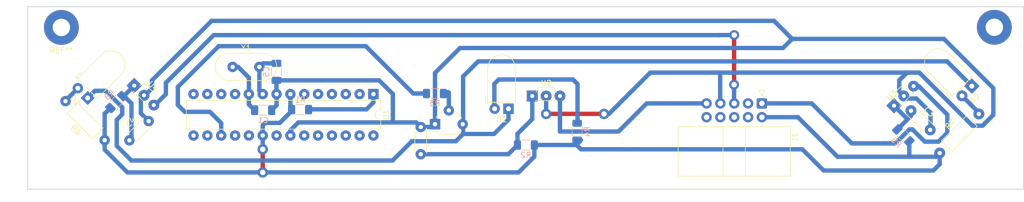
<source format=kicad_pcb>
(kicad_pcb (version 20221018) (generator pcbnew)
  (layers (0 "F.Cu" signal) (31 "B.Cu" signal) (34 "B.Paste" user) (35 "F.Paste" user) (36 "B.SilkS" user "B.Silkscreen") (37 "F.SilkS" user "F.Silkscreen") (38 "B.Mask" user) (39 "F.Mask" user) (44 "Edge.Cuts" user))
  (net 0 "")
  (net 1 "GND")
  (net 2 "Net-(D1-A)")
  (net 3 "+5V")
  (net 4 "Sensores")
  (net 5 "Net-(U2-GND)")
  (net 6 "Net-(Q1-B)")
  (net 7 "Net-(U3-GND)")
  (net 8 "Net-(U4-GND)")
  (net 9 "38khz")
  (net 10 "Net-(D2-A)")
  (net 11 "Net-(D3-A)")
  (net 17 "Sensores_2")
  (net 18 "Sensores_3")
  (net 19 "Net-(U1-XTAL2{slash}PB7)")
  (net 20 "Net-(U1-XTAL1{slash}PB6)")
  (net 21 "Net-(U1-~{RESET}{slash}PC6)")
  (net 22 "Net-(U1-PB3)")
  (footprint "Package_TO_SOT_THT:TO-92S_Wide" (layer "F.Cu") (at 192.0748 42.7736 45)
    (fp_text reference "U3" (at 1.07 -1.6 45) (layer "F.SilkS"))
    (fp_text value "TSOP17xx")
    (fp_line (start 0.62 0.85) (end 4.47 0.85) (stroke (width 0.12)) (layer "F.SilkS"))
    (fp_line (start 1.07 -1.6) (end 0.7 -0.7) (stroke (width 0.12)) (layer "F.SilkS"))
    (fp_line (start 4.02 -1.6) (end 1.07 -1.6) (stroke (width 0.12)) (layer "F.SilkS"))
    (fp_line (start 4.35 -0.7) (end 4.02 -1.6) (stroke (width 0.12)) (layer "F.SilkS"))
    (fp_line (start 4.47 0.85) (end 4.5 0.7) (stroke (width 0.12)) (layer "F.SilkS"))
    (pad "1" thru_hole rect (at 0 0 45) (size 2 2) (drill 0.75) (layers "*.Cu" "*.Mask") (net 7 "Net-(U3-GND)"))
    (pad "2" thru_hole oval (at 2.54 0 45) (size 2 2) (drill 0.75) (layers "*.Cu" "*.Mask") (net 1 "GND"))
    (pad "3" thru_hole oval (at 5.079999 0 45) (size 2 2) (drill 0.75) (layers "*.Cu" "*.Mask") (net 17 "Sensores_2"))
  )
  (footprint "Resistor_THT:R_Axial_DIN0207_L6.3mm_D2.5mm_P10.16mm_Horizontal" (layer "F.Cu") (at 200.46237 51.478418 45)
    (fp_text reference "R7" (at 5.08 -2.37 45) (layer "F.SilkS"))
    (fp_text value "100")
    (fp_line (start 1.04 0) (end 1.81 0) (stroke (width 0.12)) (layer "F.SilkS"))
    (fp_line (start 1.81 -1.37) (end 1.81 1.37) (stroke (width 0.12)) (layer "F.SilkS"))
    (fp_line (start 1.81 1.37) (end 8.35 1.37) (stroke (width 0.12)) (layer "F.SilkS"))
    (fp_line (start 8.35 -1.37) (end 1.81 -1.37) (stroke (width 0.12)) (layer "F.SilkS"))
    (fp_line (start 8.35 1.37) (end 8.35 -1.37) (stroke (width 0.12)) (layer "F.SilkS"))
    (fp_line (start 9.12 0) (end 8.35 0) (stroke (width 0.12)) (layer "F.SilkS"))
    (pad "1" thru_hole circle (at 0 0 45) (size 2 2) (drill 0.8) (layers "*.Cu" "*.Mask") (net 3 "+5V"))
    (pad "2" thru_hole oval (at 10.16 0 45) (size 2 2) (drill 0.8) (layers "*.Cu" "*.Mask") (net 11 "Net-(D3-A)"))
  )
  (footprint "Package_TO_SOT_THT:TO-92S_Wide" (layer "F.Cu") (at 52.611401 39.073201 -45)
    (fp_text reference "U4" (at 2.54 -2.35 135) (layer "F.SilkS"))
    (fp_text value "TSOP17xx")
    (fp_line (start 0.62 0.85) (end 4.47 0.85) (stroke (width 0.12)) (layer "F.SilkS"))
    (fp_line (start 1.07 -1.6) (end 0.7 -0.7) (stroke (width 0.12)) (layer "F.SilkS"))
    (fp_line (start 4.02 -1.6) (end 1.07 -1.6) (stroke (width 0.12)) (layer "F.SilkS"))
    (fp_line (start 4.35 -0.7) (end 4.02 -1.6) (stroke (width 0.12)) (layer "F.SilkS"))
    (fp_line (start 4.47 0.85) (end 4.5 0.7) (stroke (width 0.12)) (layer "F.SilkS"))
    (pad "1" thru_hole rect (at 0 0 315) (size 2 2) (drill 0.75) (layers "*.Cu" "*.Mask") (net 8 "Net-(U4-GND)"))
    (pad "2" thru_hole oval (at 2.54 0 315) (size 2 2) (drill 0.75) (layers "*.Cu" "*.Mask") (net 1 "GND"))
    (pad "3" thru_hole oval (at 5.079999 0 315) (size 2 2) (drill 0.75) (layers "*.Cu" "*.Mask") (net 18 "Sensores_3"))
  )
  (footprint "Package_DIP:DIP-28_W7.62mm" (layer "F.Cu") (at 96.52 40.64 -90)
    (fp_text reference "U1" (at 3.81 -2.33 90) (layer "F.SilkS"))
    (fp_text value "ATmega328-P")
    (fp_line (start 1.16 -1.33) (end 1.16 34.35) (stroke (width 0.12)) (layer "F.SilkS"))
    (fp_line (start 1.16 34.35) (end 6.46 34.35) (stroke (width 0.12)) (layer "F.SilkS"))
    (fp_line (start 2.81 -1.33) (end 1.16 -1.33) (stroke (width 0.12)) (layer "F.SilkS"))
    (fp_line (start 6.46 -1.33) (end 4.81 -1.33) (stroke (width 0.12)) (layer "F.SilkS"))
    (fp_line (start 6.46 34.35) (end 6.46 -1.33) (stroke (width 0.12)) (layer "F.SilkS"))
    (fp_arc (start 4.81 -1.33) (mid 3.81 -0.33) (end 2.81 -1.33) (stroke (width 0.12)) (layer "F.SilkS"))
    (pad "1" thru_hole rect (at 0 0 270) (size 1.9 1.9) (drill 0.8) (layers "*.Cu" "*.Mask") (net 21 "Net-(U1-~{RESET}{slash}PC6)"))
    (pad "2" thru_hole oval (at 0 2.54 270) (size 1.9 1.9) (drill 0.8) (layers "*.Cu" "*.Mask"))
    (pad "3" thru_hole oval (at 0 5.08 270) (size 1.9 1.9) (drill 0.8) (layers "*.Cu" "*.Mask"))
    (pad "4" thru_hole oval (at 0 7.62 270) (size 1.9 1.9) (drill 0.8) (layers "*.Cu" "*.Mask"))
    (pad "5" thru_hole oval (at 0 10.16 270) (size 1.9 1.9) (drill 0.8) (layers "*.Cu" "*.Mask"))
    (pad "6" thru_hole oval (at 0 12.7 270) (size 1.9 1.9) (drill 0.8) (layers "*.Cu" "*.Mask"))
    (pad "7" thru_hole oval (at 0 15.24 270) (size 1.9 1.9) (drill 0.8) (layers "*.Cu" "*.Mask") (net 3 "+5V"))
    (pad "8" thru_hole oval (at 0 17.78 270) (size 1.9 1.9) (drill 0.8) (layers "*.Cu" "*.Mask") (net 1 "GND"))
    (pad "9" thru_hole oval (at 0 20.32 270) (size 1.9 1.9) (drill 0.8) (layers "*.Cu" "*.Mask") (net 20 "Net-(U1-XTAL1{slash}PB6)"))
    (pad "10" thru_hole oval (at 0 22.86 270) (size 1.9 1.9) (drill 0.8) (layers "*.Cu" "*.Mask") (net 19 "Net-(U1-XTAL2{slash}PB7)"))
    (pad "11" thru_hole oval (at 0 25.4 270) (size 1.9 1.9) (drill 0.8) (layers "*.Cu" "*.Mask"))
    (pad "12" thru_hole oval (at 0 27.94 270) (size 1.9 1.9) (drill 0.8) (layers "*.Cu" "*.Mask"))
    (pad "13" thru_hole oval (at 0 30.48 270) (size 1.9 1.9) (drill 0.8) (layers "*.Cu" "*.Mask"))
    (pad "14" thru_hole oval (at 0 33.02 270) (size 1.9 1.9) (drill 0.8) (layers "*.Cu" "*.Mask"))
    (pad "15" thru_hole oval (at 7.62 33.02 270) (size 1.9 1.9) (drill 0.8) (layers "*.Cu" "*.Mask"))
    (pad "16" thru_hole oval (at 7.62 30.48 270) (size 1.9 1.9) (drill 0.8) (layers "*.Cu" "*.Mask"))
    (pad "17" thru_hole oval (at 7.62 27.94 270) (size 1.9 1.9) (drill 0.8) (layers "*.Cu" "*.Mask") (net 22 "Net-(U1-PB3)"))
    (pad "18" thru_hole oval (at 7.62 25.4 270) (size 1.9 1.9) (drill 0.8) (layers "*.Cu" "*.Mask"))
    (pad "19" thru_hole oval (at 7.62 22.86 270) (size 1.9 1.9) (drill 0.8) (layers "*.Cu" "*.Mask"))
    (pad "20" thru_hole oval (at 7.62 20.32 270) (size 1.9 1.9) (drill 0.8) (layers "*.Cu" "*.Mask") (net 3 "+5V"))
    (pad "21" thru_hole oval (at 7.62 17.78 270) (size 1.9 1.9) (drill 0.8) (layers "*.Cu" "*.Mask"))
    (pad "22" thru_hole oval (at 7.62 15.24 270) (size 1.9 1.9) (drill 0.8) (layers "*.Cu" "*.Mask") (net 1 "GND"))
    (pad "23" thru_hole oval (at 7.62 12.7 270) (size 1.9 1.9) (drill 0.8) (layers "*.Cu" "*.Mask"))
    (pad "24" thru_hole oval (at 7.62 10.16 270) (size 1.9 1.9) (drill 0.8) (layers "*.Cu" "*.Mask"))
    (pad "25" thru_hole oval (at 7.62 7.62 270) (size 1.9 1.9) (drill 0.8) (layers "*.Cu" "*.Mask"))
    (pad "26" thru_hole oval (at 7.62 5.08 270) (size 1.9 1.9) (drill 0.8) (layers "*.Cu" "*.Mask"))
    (pad "27" thru_hole oval (at 7.62 2.54 270) (size 1.9 1.9) (drill 0.8) (layers "*.Cu" "*.Mask"))
    (pad "28" thru_hole oval (at 7.62 0 270) (size 1.9 1.9) (drill 0.8) (layers "*.Cu" "*.Mask"))
  )
  (footprint "Capacitor_THT:C_Disc_D4.3mm_W1.9mm_P5.00mm" (layer "F.Cu") (at 51.732155 49.148111 45)
    (fp_text reference "C4" (at 2.5 -2.2 45) (layer "F.SilkS"))
    (fp_text value "104")
    (fp_line (start 0.23 -1.07) (end 0.23 -1.055) (stroke (width 0.12)) (layer "F.SilkS"))
    (fp_line (start 0.23 -1.07) (end 4.77 -1.07) (stroke (width 0.12)) (layer "F.SilkS"))
    (fp_line (start 0.23 1.055) (end 0.23 1.07) (stroke (width 0.12)) (layer "F.SilkS"))
    (fp_line (start 0.23 1.07) (end 4.77 1.07) (stroke (width 0.12)) (layer "F.SilkS"))
    (fp_line (start 4.77 -1.07) (end 4.77 -1.055) (stroke (width 0.12)) (layer "F.SilkS"))
    (fp_line (start 4.77 1.055) (end 4.77 1.07) (stroke (width 0.12)) (layer "F.SilkS"))
    (pad "1" thru_hole circle (at 0 0 45) (size 1.9 1.9) (drill 0.8) (layers "*.Cu" "*.Mask") (net 8 "Net-(U4-GND)"))
    (pad "2" thru_hole circle (at 5 0 45) (size 1.9 1.9) (drill 0.8) (layers "*.Cu" "*.Mask") (net 1 "GND"))
  )
  (footprint "LED_THT:LED_D5.0mm_Horizontal_O1.27mm_Z3.0mm" (layer "F.Cu") (at 206.351464 39.168942 -135)
    (fp_text reference "D3" (at 1.27 -1.96 45) (layer "F.SilkS"))
    (fp_text value "LED")
    (fp_line (start -1.29 1.21) (end -1.29 7.37) (stroke (width 0.12)) (layer "F.SilkS"))
    (fp_line (start -1.29 1.21) (end 3.83 1.21) (stroke (width 0.12)) (layer "F.SilkS"))
    (fp_line (start 0 1.08) (end 0 1.08) (stroke (width 0.12)) (layer "F.SilkS"))
    (fp_line (start 0 1.08) (end 0 1.21) (stroke (width 0.12)) (layer "F.SilkS"))
    (fp_line (start 0 1.21) (end 0 1.08) (stroke (width 0.12)) (layer "F.SilkS"))
    (fp_line (start 0 1.21) (end 0 1.21) (stroke (width 0.12)) (layer "F.SilkS"))
    (fp_line (start 2.54 1.08) (end 2.54 1.08) (stroke (width 0.12)) (layer "F.SilkS"))
    (fp_line (start 2.54 1.08) (end 2.54 1.21) (stroke (width 0.12)) (layer "F.SilkS"))
    (fp_line (start 2.54 1.21) (end 2.54 1.08) (stroke (width 0.12)) (layer "F.SilkS"))
    (fp_line (start 2.54 1.21) (end 2.54 1.21) (stroke (width 0.12)) (layer "F.SilkS"))
    (fp_line (start 3.83 1.21) (end 3.83 7.37) (stroke (width 0.12)) (layer "F.SilkS"))
    (fp_line (start 3.83 1.21) (end 4.23 1.21) (stroke (width 0.12)) (layer "F.SilkS"))
    (fp_line (start 3.83 2.33) (end 3.83 1.21) (stroke (width 0.12)) (layer "F.SilkS"))
    (fp_line (start 4.23 1.21) (end 4.23 2.33) (stroke (width 0.12)) (layer "F.SilkS"))
    (fp_line (start 4.23 2.33) (end 3.83 2.33) (stroke (width 0.12)) (layer "F.SilkS"))
    (fp_arc (start 3.83 7.37) (mid 1.27 9.93) (end -1.29 7.37) (stroke (width 0.12)) (layer "F.SilkS"))
    (pad "1" thru_hole rect (at 0 0 225) (size 2 2) (drill 0.9) (layers "*.Cu" "*.Mask") (net 9 "38khz"))
    (pad "2" thru_hole circle (at 2.54 0 225) (size 2 2) (drill 0.9) (layers "*.Cu" "*.Mask") (net 11 "Net-(D3-A)"))
  )
  (footprint "Package_TO_SOT_THT:TO-92_Wide" (layer "F.Cu") (at 107.823 46.1772)
    (fp_text reference "Q1" hide)
    (fp_text value "BC547")
    (fp_line (start 0.74 1.85) (end 4.34 1.85) (stroke (width 0.12)) (layer "F.SilkS"))
    (fp_arc (start 0.172801 -1.103842) (mid 0.678995 -1.832692) (end 1.4 -2.35) (stroke (width 0.12)) (layer "F.SilkS"))
    (fp_arc (start 0.74 1.85) (mid 0.446097 1.509328) (end 0.215816 1.122795) (stroke (width 0.12)) (layer "F.SilkS"))
    (fp_arc (start 3.65 -2.35) (mid 4.382279 -1.833196) (end 4.895458 -1.098371) (stroke (width 0.12)) (layer "F.SilkS"))
    (fp_arc (start 4.864184 1.122795) (mid 4.633903 1.509328) (end 4.34 1.85) (stroke (width 0.12)) (layer "F.SilkS"))
    (pad "1" thru_hole rect (at 0 0) (size 1.9 1.9) (drill 0.8) (layers "*.Cu" "*.Mask") (net 1 "GND"))
    (pad "2" thru_hole circle (at 2.54 -2.54) (size 1.9 1.9) (drill 0.8) (layers "*.Cu" "*.Mask") (net 6 "Net-(Q1-B)"))
    (pad "3" thru_hole circle (at 5.08 0) (size 1.9 1.9) (drill 0.8) (layers "*.Cu" "*.Mask") (net 9 "38khz"))
  )
  (footprint "LED_THT:LED_D5.0mm_Horizontal_O1.27mm_Z3.0mm" (layer "F.Cu") (at 121.3104 43.3324 180)
    (fp_text reference "D1" (at 1.27 -1.96) (layer "F.SilkS"))
    (fp_text value "LED")
    (fp_line (start -1.29 1.21) (end -1.29 7.37) (stroke (width 0.12)) (layer "F.SilkS"))
    (fp_line (start -1.29 1.21) (end 3.83 1.21) (stroke (width 0.12)) (layer "F.SilkS"))
    (fp_line (start 0 1.08) (end 0 1.08) (stroke (width 0.12)) (layer "F.SilkS"))
    (fp_line (start 0 1.08) (end 0 1.21) (stroke (width 0.12)) (layer "F.SilkS"))
    (fp_line (start 0 1.21) (end 0 1.08) (stroke (width 0.12)) (layer "F.SilkS"))
    (fp_line (start 0 1.21) (end 0 1.21) (stroke (width 0.12)) (layer "F.SilkS"))
    (fp_line (start 2.54 1.08) (end 2.54 1.08) (stroke (width 0.12)) (layer "F.SilkS"))
    (fp_line (start 2.54 1.08) (end 2.54 1.21) (stroke (width 0.12)) (layer "F.SilkS"))
    (fp_line (start 2.54 1.21) (end 2.54 1.08) (stroke (width 0.12)) (layer "F.SilkS"))
    (fp_line (start 2.54 1.21) (end 2.54 1.21) (stroke (width 0.12)) (layer "F.SilkS"))
    (fp_line (start 3.83 1.21) (end 3.83 7.37) (stroke (width 0.12)) (layer "F.SilkS"))
    (fp_line (start 3.83 1.21) (end 4.23 1.21) (stroke (width 0.12)) (layer "F.SilkS"))
    (fp_line (start 3.83 2.33) (end 3.83 1.21) (stroke (width 0.12)) (layer "F.SilkS"))
    (fp_line (start 4.23 1.21) (end 4.23 2.33) (stroke (width 0.12)) (layer "F.SilkS"))
    (fp_line (start 4.23 2.33) (end 3.83 2.33) (stroke (width 0.12)) (layer "F.SilkS"))
    (fp_arc (start 3.83 7.37) (mid 1.27 9.93) (end -1.29 7.37) (stroke (width 0.12)) (layer "F.SilkS"))
    (pad "1" thru_hole rect (at 0 0 180) (size 1.9 1.9) (drill 0.9) (layers "*.Cu" "*.Mask") (net 9 "38khz"))
    (pad "2" thru_hole circle (at 2.54 0 180) (size 1.9 1.9) (drill 0.9) (layers "*.Cu" "*.Mask") (net 2 "Net-(D1-A)"))
  )
  (footprint "Package_TO_SOT_THT:TO-92S_Wide" (layer "F.Cu") (at 125.6792 40.9892)
    (fp_text reference "U2" (at 2.54 -2.35) (layer "F.SilkS"))
    (fp_text value "TSOP17xx")
    (fp_line (start 0.62 0.85) (end 4.47 0.85) (stroke (width 0.12)) (layer "F.SilkS"))
    (fp_line (start 1.07 -1.6) (end 0.7 -0.7) (stroke (width 0.12)) (layer "F.SilkS"))
    (fp_line (start 4.02 -1.6) (end 1.07 -1.6) (stroke (width 0.12)) (layer "F.SilkS"))
    (fp_line (start 4.35 -0.7) (end 4.02 -1.6) (stroke (width 0.12)) (layer "F.SilkS"))
    (fp_line (start 4.47 0.85) (end 4.5 0.7) (stroke (width 0.12)) (layer "F.SilkS"))
    (pad "1" thru_hole rect (at 0 0) (size 2 2) (drill 0.75) (layers "*.Cu" "*.Mask") (net 5 "Net-(U2-GND)"))
    (pad "2" thru_hole oval (at 2.54 0) (size 2 2) (drill 0.75) (layers "*.Cu" "*.Mask") (net 1 "GND"))
    (pad "3" thru_hole oval (at 5.08 0) (size 2 2) (drill 0.75) (layers "*.Cu" "*.Mask") (net 4 "Sensores"))
  )
  (footprint "Connector_IDC:IDC-Header_2x05_P2.54mm_Horizontal" (layer "F.Cu") (at 167.82341 42.348264 -90)
    (fp_text reference "J1" (at 6.215 -6.1 90) (layer "F.SilkS"))
    (fp_text value "Conn_02x05_Counter_Clockwise")
    (fp_line (start -2.35 -0.5) (end -2.35 0.5) (stroke (width 0.12)) (layer "F.SilkS"))
    (fp_line (start -2.35 0.5) (end -1.35 0) (stroke (width 0.12)) (layer "F.SilkS"))
    (fp_line (start -1.35 0) (end -2.35 -0.5) (stroke (width 0.12)) (layer "F.SilkS"))
    (fp_line (start 4.27 -5.21) (end 13.39 -5.21) (stroke (width 0.12)) (layer "F.SilkS"))
    (fp_line (start 4.27 3.03) (end 13.39 3.03) (stroke (width 0.12)) (layer "F.SilkS"))
    (fp_line (start 4.27 7.13) (end 13.39 7.13) (stroke (width 0.12)) (layer "F.SilkS"))
    (fp_line (start 4.27 15.37) (end 4.27 -5.21) (stroke (width 0.12)) (layer "F.SilkS"))
    (fp_line (start 13.39 -5.21) (end 13.39 15.37) (stroke (width 0.12)) (layer "F.SilkS"))
    (fp_line (start 13.39 15.37) (end 4.27 15.37) (stroke (width 0.12)) (layer "F.SilkS"))
    (pad "1" thru_hole roundrect (at 0 0 270) (size 1.9 1.9) (drill 1) (layers "*.Cu" "*.Mask") (roundrect_rratio 0.147059) (net 17 "Sensores_2"))
    (pad "2" thru_hole circle (at 2.54 0 270) (size 1.9 1.9) (drill 1) (layers "*.Cu" "*.Mask") (net 3 "+5V"))
    (pad "3" thru_hole circle (at 0 2.54 270) (size 1.9 1.9) (drill 1) (layers "*.Cu" "*.Mask"))
    (pad "4" thru_hole circle (at 2.54 2.54 270) (size 1.9 1.9) (drill 1) (layers "*.Cu" "*.Mask"))
    (pad "5" thru_hole circle (at 0 5.08 270) (size 1.9 1.9) (drill 1) (layers "*.Cu" "*.Mask") (net 18 "Sensores_3"))
    (pad "6" thru_hole circle (at 2.54 5.08 270) (size 1.9 1.9) (drill 1) (layers "*.Cu" "*.Mask"))
    (pad "7" thru_hole circle (at 0 7.62 270) (size 1.9 1.9) (drill 1) (layers "*.Cu" "*.Mask") (net 1 "GND"))
    (pad "8" thru_hole circle (at 2.54 7.62 270) (size 1.9 1.9) (drill 1) (layers "*.Cu" "*.Mask"))
    (pad "9" thru_hole circle (at 0 10.16 270) (size 1.9 1.9) (drill 1) (layers "*.Cu" "*.Mask") (net 4 "Sensores"))
    (pad "10" thru_hole circle (at 2.54 10.16 270) (size 1.9 1.9) (drill 1) (layers "*.Cu" "*.Mask"))
  )
  (footprint "Resistor_THT:R_Axial_DIN0207_L6.3mm_D2.5mm_P10.16mm_Horizontal" (layer "F.Cu") (at 47.185129 49.120876 135)
    (fp_text reference "R6" (at 5.08 -2.37 135) (layer "F.SilkS"))
    (fp_text value "100")
    (fp_line (start 1.04 0) (end 1.81 0) (stroke (width 0.12)) (layer "F.SilkS"))
    (fp_line (start 1.81 -1.37) (end 1.81 1.37) (stroke (width 0.12)) (layer "F.SilkS"))
    (fp_line (start 1.81 1.37) (end 8.35 1.37) (stroke (width 0.12)) (layer "F.SilkS"))
    (fp_line (start 8.35 -1.37) (end 1.81 -1.37) (stroke (width 0.12)) (layer "F.SilkS"))
    (fp_line (start 8.35 1.37) (end 8.35 -1.37) (stroke (width 0.12)) (layer "F.SilkS"))
    (fp_line (start 9.12 0) (end 8.35 0) (stroke (width 0.12)) (layer "F.SilkS"))
    (pad "1" thru_hole circle (at 0 0 135) (size 1.9 1.9) (drill 0.8) (layers "*.Cu" "*.Mask") (net 3 "+5V"))
    (pad "2" thru_hole oval (at 10.16 0 135) (size 1.9 1.9) (drill 0.8) (layers "*.Cu" "*.Mask") (net 10 "Net-(D2-A)"))
  )
  (footprint "Capacitor_THT:C_Disc_D4.3mm_W1.9mm_P5.00mm" (layer "F.Cu") (at 195.186585 43.688937 -45)
    (fp_text reference "C3" (at 2.5 -2.2 135) (layer "F.SilkS"))
    (fp_text value "104")
    (fp_line (start 0.23 -1.07) (end 0.23 -1.055) (stroke (width 0.12)) (layer "F.SilkS"))
    (fp_line (start 0.23 -1.07) (end 4.77 -1.07) (stroke (width 0.12)) (layer "F.SilkS"))
    (fp_line (start 0.23 1.055) (end 0.23 1.07) (stroke (width 0.12)) (layer "F.SilkS"))
    (fp_line (start 0.23 1.07) (end 4.77 1.07) (stroke (width 0.12)) (layer "F.SilkS"))
    (fp_line (start 4.77 -1.07) (end 4.77 -1.055) (stroke (width 0.12)) (layer "F.SilkS"))
    (fp_line (start 4.77 1.055) (end 4.77 1.07) (stroke (width 0.12)) (layer "F.SilkS"))
    (pad "1" thru_hole circle (at 0 0 315) (size 2 2) (drill 0.8) (layers "*.Cu" "*.Mask") (net 7 "Net-(U3-GND)"))
    (pad "2" thru_hole circle (at 5 0 315) (size 2 2) (drill 0.8) (layers "*.Cu" "*.Mask") (net 1 "GND"))
  )
  (footprint "Crystal:Crystal_HC18-U_Vertical" (layer "F.Cu") (at 70.68294 35.636778)
    (fp_text reference "Y1" (at 2.45 -3.525) (layer "F.SilkS"))
    (fp_text value "Crystal")
    (fp_line (start -0.675 -2.525) (end 5.575 -2.525) (stroke (width 0.12)) (layer "F.SilkS"))
    (fp_line (start -0.675 2.525) (end 5.575 2.525) (stroke (width 0.12)) (layer "F.SilkS"))
    (fp_arc (start -0.675 2.525) (mid -3.2 0) (end -0.675 -2.525) (stroke (width 0.12)) (layer "F.SilkS"))
    (fp_arc (start 5.575 -2.525) (mid 8.1 0) (end 5.575 2.525) (stroke (width 0.12)) (layer "F.SilkS"))
    (pad "1" thru_hole circle (at 0 0) (size 1.9 1.9) (drill 0.8) (layers "*.Cu" "*.Mask") (net 19 "Net-(U1-XTAL2{slash}PB7)"))
    (pad "2" thru_hole circle (at 4.9 0) (size 1.9 1.9) (drill 0.8) (layers "*.Cu" "*.Mask") (net 20 "Net-(U1-XTAL1{slash}PB6)"))
  )
  (footprint "" (layer "F.Cu") (at 210.4898 28.3464 180)
    (fp_text reference "" (at 0 0) (layer "F.SilkS") (effects (font (size 1.27 1.27))))
    (fp_text value "" (at 0 0) (layer "F.SilkS") (effects (font (size 1.27 1.27))))
    (pad "1" thru_hole circle (at 0 0 180) (size 6.4 6.4) (drill 3.2) (layers "*.Cu" "*.Mask"))
  )
  (footprint "Capacitor_THT:C_Disc_D4.3mm_W1.9mm_P5.00mm" (layer "F.Cu") (at 105.2068 51.6998 90)
    (fp_text reference "C2" hide)
    (fp_text value "104")
    (fp_line (start 0.23 -1.07) (end 0.23 -1.055) (stroke (width 0.12)) (layer "F.SilkS"))
    (fp_line (start 0.23 -1.07) (end 4.77 -1.07) (stroke (width 0.12)) (layer "F.SilkS"))
    (fp_line (start 0.23 1.055) (end 0.23 1.07) (stroke (width 0.12)) (layer "F.SilkS"))
    (fp_line (start 0.23 1.07) (end 4.77 1.07) (stroke (width 0.12)) (layer "F.SilkS"))
    (fp_line (start 4.77 -1.07) (end 4.77 -1.055) (stroke (width 0.12)) (layer "F.SilkS"))
    (fp_line (start 4.77 1.055) (end 4.77 1.07) (stroke (width 0.12)) (layer "F.SilkS"))
    (pad "1" thru_hole circle (at 0 0 90) (size 1.9 1.9) (drill 0.8) (layers "*.Cu" "*.Mask") (net 5 "Net-(U2-GND)"))
    (pad "2" thru_hole circle (at 5 0 90) (size 1.9 1.9) (drill 0.8) (layers "*.Cu" "*.Mask") (net 1 "GND"))
  )
  (footprint "LED_THT:LED_D5.0mm_Horizontal_O1.27mm_Z3.0mm" (layer "F.Cu") (at 44.066859 41.353064 135)
    (fp_text reference "D2" (at 1.27 -1.96 135) (layer "F.SilkS"))
    (fp_text value "LED")
    (fp_line (start -1.29 1.21) (end -1.29 7.37) (stroke (width 0.12)) (layer "F.SilkS"))
    (fp_line (start -1.29 1.21) (end 3.83 1.21) (stroke (width 0.12)) (layer "F.SilkS"))
    (fp_line (start 0 1.08) (end 0 1.08) (stroke (width 0.12)) (layer "F.SilkS"))
    (fp_line (start 0 1.08) (end 0 1.21) (stroke (width 0.12)) (layer "F.SilkS"))
    (fp_line (start 0 1.21) (end 0 1.08) (stroke (width 0.12)) (layer "F.SilkS"))
    (fp_line (start 0 1.21) (end 0 1.21) (stroke (width 0.12)) (layer "F.SilkS"))
    (fp_line (start 2.54 1.08) (end 2.54 1.08) (stroke (width 0.12)) (layer "F.SilkS"))
    (fp_line (start 2.54 1.08) (end 2.54 1.21) (stroke (width 0.12)) (layer "F.SilkS"))
    (fp_line (start 2.54 1.21) (end 2.54 1.08) (stroke (width 0.12)) (layer "F.SilkS"))
    (fp_line (start 2.54 1.21) (end 2.54 1.21) (stroke (width 0.12)) (layer "F.SilkS"))
    (fp_line (start 3.83 1.21) (end 3.83 7.37) (stroke (width 0.12)) (layer "F.SilkS"))
    (fp_line (start 3.83 1.21) (end 4.23 1.21) (stroke (width 0.12)) (layer "F.SilkS"))
    (fp_line (start 3.83 2.33) (end 3.83 1.21) (stroke (width 0.12)) (layer "F.SilkS"))
    (fp_line (start 4.23 1.21) (end 4.23 2.33) (stroke (width 0.12)) (layer "F.SilkS"))
    (fp_line (start 4.23 2.33) (end 3.83 2.33) (stroke (width 0.12)) (layer "F.SilkS"))
    (fp_arc (start 3.83 7.37) (mid 1.27 9.93) (end -1.29 7.37) (stroke (width 0.12)) (layer "F.SilkS"))
    (pad "1" thru_hole rect (at 0 0 135) (size 1.8 1.8) (drill 0.9) (layers "*.Cu" "*.Mask") (net 9 "38khz"))
    (pad "2" thru_hole circle (at 2.54 0 135) (size 1.9 1.9) (drill 0.9) (layers "*.Cu" "*.Mask") (net 10 "Net-(D2-A)"))
  )
  (footprint "MountingHole:MountingHole_3.2mm_M3_Pad" (layer "F.Cu") (at 39.243 28.3718 180)
    (fp_text reference "REF**" (at 0 -4.2) (layer "F.SilkS"))
    (fp_text value "MountingHole_3.2mm_M3_Pad")
    (pad "1" thru_hole circle (at 0 0 180) (size 6.4 6.4) (drill 3.2) (layers "*.Cu" "*.Mask"))
  )
  (footprint "Resistor_SMD:R_1206_3216Metric_Pad1.30x1.75mm_HandSolder" (layer "B.Cu") (at 49.348384 42.091616 -135)
    (fp_text reference "R8" (at 0 1.82 45) (layer "B.SilkS") (effects (justify mirror)))
    (fp_text value "100")
    (fp_line (start -0.727064 -0.91) (end 0.727064 -0.91) (stroke (width 0.12)) (layer "B.SilkS"))
    (fp_line (start -0.727064 0.91) (end 0.727064 0.91) (stroke (width 0.12)) (layer "B.SilkS"))
    (pad "1" smd roundrect (at -1.55 0 225) (size 1.3 1.75) (layers "B.Cu" "B.Paste" "B.Mask") (roundrect_rratio 0.192308) (net 8 "Net-(U4-GND)"))
    (pad "2" smd roundrect (at 1.55 0 225) (size 1.3 1.75) (layers "B.Cu" "B.Paste" "B.Mask") (roundrect_rratio 0.192308) (net 3 "+5V"))
  )
  (footprint "Resistor_SMD:R_1206_3216Metric_Pad1.30x1.75mm_HandSolder" (layer "B.Cu") (at 133.9088 47.5488 90)
    (fp_text reference "R4" (at 0 1.82 270) (layer "B.SilkS") (effects (justify mirror)))
    (fp_text value "100")
    (fp_line (start -0.727064 -0.91) (end 0.727064 -0.91) (stroke (width 0.12)) (layer "B.SilkS"))
    (fp_line (start -0.727064 0.91) (end 0.727064 0.91) (stroke (width 0.12)) (layer "B.SilkS"))
    (pad "1" smd roundrect (at -1.55 0 90) (size 1.3 1.75) (layers "B.Cu" "B.Paste" "B.Mask") (roundrect_rratio 0.192308) (net 3 "+5V"))
    (pad "2" smd roundrect (at 1.55 0 90) (size 1.3 1.75) (layers "B.Cu" "B.Paste" "B.Mask") (roundrect_rratio 0.192308) (net 2 "Net-(D1-A)"))
  )
  (footprint "Capacitor_SMD:C_1206_3216Metric_Pad1.33x1.80mm_HandSolder" (layer "B.Cu") (at 76.276778 43.599069)
    (fp_text reference "C1" (at 0 1.85) (layer "B.SilkS") (effects (justify mirror)))
    (fp_text value "C")
    (fp_line (start -0.711252 -0.91) (end 0.711252 -0.91) (stroke (width 0.12)) (layer "B.SilkS"))
    (fp_line (start -0.711252 0.91) (end 0.711252 0.91) (stroke (width 0.12)) (layer "B.SilkS"))
    (pad "1" smd roundrect (at -1.5625 0) (size 1.325 1.8) (layers "B.Cu" "B.Paste" "B.Mask") (roundrect_rratio 0.188679) (net 19 "Net-(U1-XTAL2{slash}PB7)"))
    (pad "2" smd roundrect (at 1.5625 0) (size 1.325 1.8) (layers "B.Cu" "B.Paste" "B.Mask") (roundrect_rratio 0.188679) (net 1 "GND"))
  )
  (footprint "Resistor_SMD:R_1206_3216Metric_Pad1.30x1.75mm_HandSolder" (layer "B.Cu") (at 124.50906 50.01519)
    (fp_text reference "R2" (at 0 1.82) (layer "B.SilkS") (effects (justify mirror)))
    (fp_text value "100")
    (fp_line (start -0.727064 -0.91) (end 0.727064 -0.91) (stroke (width 0.12)) (layer "B.SilkS"))
    (fp_line (start -0.727064 0.91) (end 0.727064 0.91) (stroke (width 0.12)) (layer "B.SilkS"))
    (pad "1" smd roundrect (at -1.55 0) (size 1.3 1.75) (layers "B.Cu" "B.Paste" "B.Mask") (roundrect_rratio 0.192308) (net 5 "Net-(U2-GND)"))
    (pad "2" smd roundrect (at 1.55 0) (size 1.3 1.75) (layers "B.Cu" "B.Paste" "B.Mask") (roundrect_rratio 0.192308) (net 3 "+5V"))
  )
  (footprint "Resistor_SMD:R_1206_3216Metric_Pad1.30x1.75mm_HandSolder" (layer "B.Cu") (at 193.791106 48.239315 -45)
    (fp_text reference "R5" (at 0 1.82 135) (layer "B.SilkS") (effects (justify mirror)))
    (fp_text value "100")
    (fp_line (start -0.727064 -0.91) (end 0.727064 -0.91) (stroke (width 0.12)) (layer "B.SilkS"))
    (fp_line (start -0.727064 0.91) (end 0.727064 0.91) (stroke (width 0.12)) (layer "B.SilkS"))
    (pad "1" smd roundrect (at -1.55 0 315) (size 1.3 1.75) (layers "B.Cu" "B.Paste" "B.Mask") (roundrect_rratio 0.192308) (net 7 "Net-(U3-GND)"))
    (pad "2" smd roundrect (at 1.55 0 315) (size 1.3 1.75) (layers "B.Cu" "B.Paste" "B.Mask") (roundrect_rratio 0.192308) (net 3 "+5V"))
  )
  (footprint "Capacitor_SMD:C_1206_3216Metric_Pad1.33x1.80mm_HandSolder" (layer "B.Cu") (at 78.724006 36.543902 -90)
    (fp_text reference "C5" (at 0 1.85 90) (layer "B.SilkS") (effects (justify mirror)))
    (fp_text value "C")
    (fp_line (start -0.711252 -0.91) (end 0.711252 -0.91) (stroke (width 0.12)) (layer "B.SilkS"))
    (fp_line (start -0.711252 0.91) (end 0.711252 0.91) (stroke (width 0.12)) (layer "B.SilkS"))
    (pad "1" smd roundrect (at -1.5625 0 270) (size 1.325 1.8) (layers "B.Cu" "B.Paste" "B.Mask") (roundrect_rratio 0.188679) (net 20 "Net-(U1-XTAL1{slash}PB6)"))
    (pad "2" smd roundrect (at 1.5625 0 270) (size 1.325 1.8) (layers "B.Cu" "B.Paste" "B.Mask") (roundrect_rratio 0.188679) (net 1 "GND"))
  )
  (footprint "Resistor_SMD:R_1206_3216Metric_Pad1.30x1.75mm_HandSolder" (layer "B.Cu") (at 107.81093 40.532841)
    (fp_text reference "R3" (at 0 1.82) (layer "B.SilkS") (effects (justify mirror)))
    (fp_text value "4.7k")
    (fp_line (start -0.727064 -0.91) (end 0.727064 -0.91) (stroke (width 0.12)) (layer "B.SilkS"))
    (fp_line (start -0.727064 0.91) (end 0.727064 0.91) (stroke (width 0.12)) (layer "B.SilkS"))
    (pad "1" smd roundrect (at -1.55 0) (size 1.3 1.75) (layers "B.Cu" "B.Paste" "B.Mask") (roundrect_rratio 0.192308) (net 22 "Net-(U1-PB3)"))
    (pad "2" smd roundrect (at 1.55 0) (size 1.3 1.75) (layers "B.Cu" "B.Paste" "B.Mask") (roundrect_rratio 0.192308) (net 6 "Net-(Q1-B)"))
  )
  (footprint "Resistor_SMD:R_1206_3216Metric_Pad1.30x1.75mm_HandSolder" (layer "B.Cu") (at 83.062188 43.487809 180)
    (fp_text reference "R1" (at 0 1.82) (layer "B.SilkS") (effects (justify mirror)))
    (fp_text value "100")
    (fp_line (start -0.727064 -0.91) (end 0.727064 -0.91) (stroke (width 0.12)) (layer "B.SilkS"))
    (fp_line (start -0.727064 0.91) (end 0.727064 0.91) (stroke (width 0.12)) (layer "B.SilkS"))
    (pad "1" smd roundrect (at -1.55 0 180) (size 1.3 1.75) (layers "B.Cu" "B.Paste" "B.Mask") (roundrect_rratio 0.192308) (net 21 "Net-(U1-~{RESET}{slash}PC6)"))
    (pad "2" smd roundrect (at 1.55 0 180) (size 1.3 1.75) (layers "B.Cu" "B.Paste" "B.Mask") (roundrect_rratio 0.192308) (net 3 "+5V"))
  )
  (gr_rect (start 33.0581 24.5618) (end 215.8619 58.1406) (stroke (width 0.15)) (fill none) (layer "Edge.Cuts"))
  (segment (start 128.24337 44.269791) (end 128.2192 44.293961) (width 0.8) (layer "F.Cu") (net 1))
  (segment (start 138.825606 44.269791) (end 128.24337 44.269791) (width 0.8) (layer "F.Cu") (net 1))
  (segment (start 138.849776 44.293961) (end 138.825606 44.269791) (width 0.8) (layer "F.Cu") (net 1))
  (via (at 138.849776 44.293961) (size 1.9) (drill 1) (layers "F.Cu" "B.Cu") (net 1))
  (via (at 128.2192 44.293961) (size 1.9) (drill 1) (layers "F.Cu" "B.Cu") (net 1))
  (segment (start 53.827671 44.172559) (end 53.827671 41.449033) (width 0.8) (layer "B.Cu") (net 1))
  (segment (start 78.74 40.64) (end 78.74 42.698347) (width 0.8) (layer "B.Cu") (net 1))
  (segment (start 107.823 36.745871) (end 112.416863 32.152008) (width 0.8) (layer "B.Cu") (net 1))
  (segment (start 173.3804 30.48) (end 170.064127 27.163727) (width 0.8) (layer "B.Cu") (net 1))
  (segment (start 78.724006 38.106402) (end 97.55222 38.106402) (width 0.8) (layer "B.Cu") (net 1))
  (segment (start 138.849776 44.293961) (end 139.729039 44.293961) (width 0.8) (layer "B.Cu") (net 1))
  (segment (start 82.720619 45.856483) (end 104.363483 45.856483) (width 0.8) (layer "B.Cu") (net 1))
  (segment (start 104.363483 45.856483) (end 105.2068 46.6998) (width 0.8) (layer "B.Cu") (net 1))
  (segment (start 160.02 36.683911) (end 160.1724 36.836311) (width 0.8) (layer "B.Cu") (net 1))
  (segment (start 160.1724 42.317254) (end 160.20341 42.348264) (width 0.8) (layer "B.Cu") (net 1))
  (segment (start 193.870851 40.977549) (end 193.04 40.146698) (width 0.8) (layer "B.Cu") (net 1))
  (segment (start 198.770459 44.034012) (end 196.192309 41.455862) (width 0.8) (layer "B.Cu") (net 1))
  (segment (start 100.085817 45.69583) (end 100.061647 45.72) (width 0.8) (layer "B.Cu") (net 1))
  (segment (start 194.349164 41.455862) (end 193.870851 40.977549) (width 0.8) (layer "B.Cu") (net 1))
  (segment (start 55.88 38.1) (end 55.88 39.572548) (width 0.8) (layer "B.Cu") (net 1))
  (segment (start 160.1724 36.836311) (end 160.1724 42.317254) (width 0.8) (layer "B.Cu") (net 1))
  (segment (start 128.2192 44.293961) (end 128.2192 40.9892) (width 0.8) (layer "B.Cu") (net 1))
  (segment (start 128.2192 44.293961) (end 127.837928 44.675233) (width 0.8) (layer "B.Cu") (net 1))
  (segment (start 194.456089 36.683911) (end 196.703911 36.683911) (width 0.8) (layer "B.Cu") (net 1))
  (segment (start 170.064127 27.163727) (end 66.816273 27.163727) (width 0.8) (layer "B.Cu") (net 1))
  (segment (start 193.04 38.1) (end 194.456089 36.683911) (width 0.8) (layer "B.Cu") (net 1))
  (segment (start 171.708392 32.152008) (end 173.3804 30.48) (width 0.8) (layer "B.Cu") (net 1))
  (segment (start 196.703911 36.683911) (end 206.476949 46.456949) (width 0.8) (layer "B.Cu") (net 1))
  (segment (start 78.724006 40.624006) (end 78.74 40.64) (width 0.8) (layer "B.Cu") (net 1))
  (segment (start 78.74 42.698347) (end 77.839278 43.599069) (width 0.8) (layer "B.Cu") (net 1))
  (segment (start 196.192309 41.455862) (end 194.349164 41.455862) (width 0.8) (layer "B.Cu") (net 1))
  (segment (start 54.583296 40.869252) (end 54.407452 40.869252) (width 0.8) (layer "B.Cu") (net 1))
  (segment (start 97.55222 38.106402) (end 100.085817 40.639999) (width 0.8) (layer "B.Cu") (net 1))
  (segment (start 198.770459 47.111677) (end 198.770459 44.034012) (width 0.8) (layer "B.Cu") (net 1))
  (segment (start 81.28 47.297102) (end 82.720619 45.856483) (width 0.8) (layer "B.Cu") (net 1))
  (segment (start 55.88 39.572548) (end 54.583296 40.869252) (width 0.8) (layer "B.Cu") (net 1))
  (segment (start 139.729039 44.293961) (end 147.339089 36.683911) (width 0.8) (layer "B.Cu") (net 1))
  (segment (start 53.827671 41.449033) (end 54.407452 40.869252) (width 0.8) (layer "B.Cu") (net 1))
  (segment (start 55.267689 45.612577) (end 53.827671 44.172559) (width 0.8) (layer "B.Cu") (net 1))
  (segment (start 147.339089 36.683911) (end 194.456089 36.683911) (width 0.8) (layer "B.Cu") (net 1))
  (segment (start 208.319803 46.456949) (end 210.308158 44.468594) (width 0.8) (layer "B.Cu") (net 1))
  (segment (start 100.085817 40.639999) (end 100.085817 45.69583) (width 0.8) (layer "B.Cu") (net 1))
  (segment (start 112.416863 32.152008) (end 171.708392 32.152008) (width 0.8) (layer "B.Cu") (net 1))
  (segment (start 78.724006 38.106402) (end 78.724006 40.624006) (width 0.8) (layer "B.Cu") (net 1))
  (segment (start 105.2068 46.6998) (end 107.3004 46.6998) (width 0.8) (layer "B.Cu") (net 1))
  (segment (start 66.816273 27.163727) (end 55.88 38.1) (width 0.8) (layer "B.Cu") (net 1))
  (segment (start 206.476949 46.456949) (end 208.319803 46.456949) (width 0.8) (layer "B.Cu") (net 1))
  (segment (start 81.28 48.26) (end 81.28 47.297102) (width 0.8) (layer "B.Cu") (net 1))
  (segment (start 210.308158 39.552343) (end 201.235815 30.48) (width 0.8) (layer "B.Cu") (net 1))
  (segment (start 201.235815 30.48) (end 173.3804 30.48) (width 0.8) (layer "B.Cu") (net 1))
  (segment (start 107.3004 46.6998) (end 107.823 46.1772) (width 0.8) (layer "B.Cu") (net 1))
  (segment (start 193.04 40.146698) (end 193.04 38.1) (width 0.8) (layer "B.Cu") (net 1))
  (segment (start 210.308158 44.468594) (end 210.308158 39.552343) (width 0.8) (layer "B.Cu") (net 1))
  (segment (start 107.823 46.1772) (end 107.823 36.745871) (width 0.8) (layer "B.Cu") (net 1))
  (segment (start 119.5324 37.9476) (end 133.145392 37.9476) (width 0.8) (layer "B.Cu") (net 2))
  (segment (start 133.985 45.9226) (end 133.9088 45.9988) (width 0.8) (layer "B.Cu") (net 2))
  (segment (start 133.985 38.787208) (end 133.985 45.9226) (width 0.8) (layer "B.Cu") (net 2))
  (segment (start 118.7196 43.2816) (end 118.7196 38.7604) (width 0.8) (layer "B.Cu") (net 2))
  (segment (start 118.7704 43.3324) (end 118.7196 43.2816) (width 0.8) (layer "B.Cu") (net 2))
  (segment (start 133.145392 37.9476) (end 133.985 38.787208) (width 0.8) (layer "B.Cu") (net 2))
  (segment (start 118.7196 38.7604) (end 119.5324 37.9476) (width 0.8) (layer "B.Cu") (net 2))
  (segment (start 76.2 50.8) (end 76.2 55.053059) (width 0.8) (layer "F.Cu") (net 3))
  (via (at 76.2 55.053059) (size 1.9) (drill 1) (layers "F.Cu" "B.Cu") (net 3))
  (via (at 76.2 50.8) (size 1.9) (drill 1) (layers "F.Cu" "B.Cu") (net 3))
  (segment (start 76.2 48.26) (end 76.2 50.8) (width 0.8) (layer "B.Cu") (net 3))
  (segment (start 51.377062 55.053059) (end 76.2 55.053059) (width 0.8) (layer "B.Cu") (net 3))
  (segment (start 133.716415 50.002385) (end 134.62 49.0988) (width 0.8) (layer "B.Cu") (net 3))
  (segment (start 194.887122 49.335331) (end 194.887122 52.15957) (width 0.8) (layer "B.Cu") (net 3))
  (segment (start 199.781218 52.15957) (end 181.69957 52.15957) (width 0.8) (layer "B.Cu") (net 3))
  (segment (start 126.05906 52.148065) (end 123.154066 55.053059) (width 0.8) (layer "B.Cu") (net 3))
  (segment (start 126.071865 50.002385) (end 133.716415 50.002385) (width 0.8) (layer "B.Cu") (net 3))
  (segment (start 133.9088 50.0888) (end 134.62 50.8) (width 0.8) (layer "B.Cu") (net 3))
  (segment (start 123.154066 55.053059) (end 76.2 55.053059) (width 0.8) (layer "B.Cu") (net 3))
  (segment (start 47.185129 44.254871) (end 47.185129 49.120876) (width 0.8) (layer "B.Cu") (net 3))
  (segment (start 126.05906 50.01519) (end 126.05906 52.148065) (width 0.8) (layer "B.Cu") (net 3))
  (segment (start 133.9088 49.0988) (end 133.9088 50.0888) (width 0.8) (layer "B.Cu") (net 3))
  (segment (start 181.69957 52.15957) (end 174.428264 44.888264) (width 0.8) (layer "B.Cu") (net 3))
  (segment (start 200.46237 51.478418) (end 199.781218 52.15957) (width 0.8) (layer "B.Cu") (net 3))
  (segment (start 47.185129 49.120876) (end 47.185129 50.861126) (width 0.8) (layer "B.Cu") (net 3))
  (segment (start 174.428264 44.888264) (end 167.82341 44.888264) (width 0.8) (layer "B.Cu") (net 3))
  (segment (start 79.322217 45.937531) (end 76.657458 45.937531) (width 0.8) (layer "B.Cu") (net 3))
  (segment (start 175.26 50.8) (end 179.15957 54.69957) (width 0.8) (layer "B.Cu") (net 3))
  (segment (start 76.657458 45.937531) (end 76.2 46.394989) (width 0.8) (layer "B.Cu") (net 3))
  (segment (start 47.185129 50.861126) (end 51.377062 55.053059) (width 0.8) (layer "B.Cu") (net 3))
  (segment (start 126.05906 50.01519) (end 126.071865 50.002385) (width 0.8) (layer "B.Cu") (net 3))
  (segment (start 134.62 50.8) (end 175.26 50.8) (width 0.8) (layer "B.Cu") (net 3))
  (segment (start 199.303737 54.69957) (end 200.46237 53.540937) (width 0.8) (layer "B.Cu") (net 3))
  (segment (start 179.15957 54.69957) (end 199.303737 54.69957) (width 0.8) (layer "B.Cu") (net 3))
  (segment (start 81.28 43.979748) (end 79.322217 45.937531) (width 0.8) (layer "B.Cu") (net 3))
  (segment (start 76.2 46.394989) (end 76.2 48.26) (width 0.8) (layer "B.Cu") (net 3))
  (segment (start 200.46237 53.540937) (end 200.46237 51.478418) (width 0.8) (layer "B.Cu") (net 3))
  (segment (start 81.28 40.64) (end 81.28 43.979748) (width 0.8) (layer "B.Cu") (net 3))
  (segment (start 48.252368 43.187632) (end 47.185129 44.254871) (width 0.8) (layer "B.Cu") (net 3))
  (segment (start 130.7592 47.5234) (end 141.509343 47.5234) (width 0.8) (layer "B.Cu") (net 4))
  (segment (start 141.509343 47.5234) (end 146.684479 42.348264) (width 0.8) (layer "B.Cu") (net 4))
  (segment (start 130.7592 40.9892) (end 130.7592 47.5234) (width 0.8) (layer "B.Cu") (net 4))
  (segment (start 146.684479 42.348264) (end 157.66341 42.348264) (width 0.8) (layer "B.Cu") (net 4))
  (segment (start 122.95906 47.955274) (end 122.95906 50.01519) (width 0.8) (layer "B.Cu") (net 5))
  (segment (start 125.6792 40.9892) (end 125.6792 45.235134) (width 0.8) (layer "B.Cu") (net 5))
  (segment (start 105.2068 51.6998) (end 121.27445 51.6998) (width 0.8) (layer "B.Cu") (net 5))
  (segment (start 121.27445 51.6998) (end 122.95906 50.01519) (width 0.8) (layer "B.Cu") (net 5))
  (segment (start 125.6792 45.235134) (end 122.95906 47.955274) (width 0.8) (layer "B.Cu") (net 5))
  (segment (start 110.363 40.39305) (end 110.363 43.6372) (width 0.8) (layer "B.Cu") (net 6))
  (segment (start 109.36093 40.532841) (end 109.605652 40.288119) (width 0.8) (layer "B.Cu") (net 6))
  (segment (start 109.605652 40.288119) (end 110.258069 40.288119) (width 0.8) (layer "B.Cu") (net 6))
  (segment (start 110.258069 40.288119) (end 110.363 40.39305) (width 0.8) (layer "B.Cu") (net 6))
  (segment (start 192.0748 42.7736) (end 194.290394 44.989194) (width 0.8) (layer "B.Cu") (net 7))
  (segment (start 195.281684 43.564816) (end 195.186585 43.659915) (width 0.8) (layer "B.Cu") (net 7))
  (segment (start 192.0748 42.7736) (end 192.0748 43.0784) (width 0.8) (layer "B.Cu") (net 7))
  (segment (start 194.290394 44.989194) (end 194.849194 44.989194) (width 0.8) (layer "B.Cu") (net 7))
  (segment (start 195.186585 44.651803) (end 194.849194 44.989194) (width 0.8) (layer "B.Cu") (net 7))
  (segment (start 194.849194 44.989194) (end 192.69509 47.143299) (width 0.8) (layer "B.Cu") (net 7))
  (segment (start 195.186585 43.659915) (end 195.186585 44.651803) (width 0.8) (layer "B.Cu") (net 7))
  (segment (start 50.4444 40.9956) (end 50.747393 40.9956) (width 0.8) (layer "B.Cu") (net 8))
  (segment (start 50.4444 40.9956) (end 50.689002 40.9956) (width 0.8) (layer "B.Cu") (net 8))
  (segment (start 52.105188 42.353395) (end 52.105188 48.775078) (width 0.8) (layer "B.Cu") (net 8))
  (segment (start 50.747393 40.9956) (end 52.105188 42.353395) (width 0.8) (layer "B.Cu") (net 8))
  (segment (start 52.105188 48.775078) (end 51.732155 49.148111) (width 0.8) (layer "B.Cu") (net 8))
  (segment (start 50.689002 40.9956) (end 52.611401 39.073201) (width 0.8) (layer "B.Cu") (net 8))
  (segment (start 121.3104 45.3136) (end 121.3104 43.3324) (width 0.8) (layer "B.Cu") (net 9))
  (segment (start 115.750636 34.617364) (end 201.799886 34.617364) (width 0.8) (layer "B.Cu") (net 9))
  (segment (start 47.378126 40.0304) (end 50.411623 43.063897) (width 0.8) (layer "B.Cu") (net 9))
  (segment (start 49.402399 45.365504) (end 49.402399 50.165173) (width 0.8) (layer "B.Cu") (net 9))
  (segment (start 111.650533 49.309267) (end 112.9792 47.9806) (width 0.8) (layer "B.Cu") (net 9))
  (segment (start 112.9792 47.9806) (end 118.6434 47.9806) (width 0.8) (layer "B.Cu") (net 9))
  (segment (start 49.402399 50.165173) (end 52.099505 52.862279) (width 0.8) (layer "B.Cu") (net 9))
  (segment (start 118.6434 47.9806) (end 121.3104 45.3136) (width 0.8) (layer "B.Cu") (net 9))
  (segment (start 112.9792 47.9806) (end 112.9792 37.3888) (width 0.8) (layer "B.Cu") (net 9))
  (segment (start 112.9792 37.3888) (end 115.750636 34.617364) (width 0.8) (layer "B.Cu") (net 9))
  (segment (start 50.411623 43.063897) (end 50.411623 44.35628) (width 0.8) (layer "B.Cu") (net 9))
  (segment (start 103.586033 49.309267) (end 111.650533 49.309267) (width 0.8) (layer "B.Cu") (net 9))
  (segment (start 44.066859 41.353064) (end 45.389523 40.0304) (width 0.8) (layer "B.Cu") (net 9))
  (segment (start 50.411623 44.35628) (end 49.402399 45.365504) (width 0.8) (layer "B.Cu") (net 9))
  (segment (start 45.389523 40.0304) (end 47.378126 40.0304) (width 0.8) (layer "B.Cu") (net 9))
  (segment (start 100.033021 52.862279) (end 103.586033 49.309267) (width 0.8) (layer "B.Cu") (net 9))
  (segment (start 201.799886 34.617364) (end 206.351464 39.168942) (width 0.8) (layer "B.Cu") (net 9))
  (segment (start 52.099505 52.862279) (end 100.033021 52.862279) (width 0.8) (layer "B.Cu") (net 9))
  (segment (start 40.339195 41.488627) (end 42.270808 39.557013) (width 0.8) (layer "B.Cu") (net 10))
  (segment (start 40.339195 41.863195) (end 40.339195 41.488627) (width 0.8) (layer "B.Cu") (net 10))
  (segment (start 207.438294 43.874071) (end 207.438294 43.847874) (width 0.8) (layer "B.Cu") (net 11))
  (segment (start 207.438294 43.847874) (end 204.555413 40.964993) (width 0.8) (layer "B.Cu") (net 11))
  (segment (start 194.887122 47.143904) (end 195.467205 47.143904) (width 0.8) (layer "B.Cu") (net 17))
  (segment (start 167.82341 42.348264) (end 176.968264 42.348264) (width 0.8) (layer "B.Cu") (net 17))
  (segment (start 201.864238 44.420734) (end 196.625002 39.181498) (width 0.8) (layer "B.Cu") (net 17))
  (segment (start 176.968264 42.348264) (end 184.3278 49.7078) (width 0.8) (layer "B.Cu") (net 17))
  (segment (start 196.625002 39.181498) (end 195.666902 39.181498) (width 0.8) (layer "B.Cu") (net 17))
  (segment (start 195.467205 47.143904) (end 197.706972 49.383671) (width 0.8) (layer "B.Cu") (net 17))
  (segment (start 192.323226 49.7078) (end 194.887122 47.143904) (width 0.8) (layer "B.Cu") (net 17))
  (segment (start 200.236782 49.383671) (end 201.864238 47.756215) (width 0.8) (layer "B.Cu") (net 17))
  (segment (start 184.3278 49.7078) (end 192.323226 49.7078) (width 0.8) (layer "B.Cu") (net 17))
  (segment (start 201.864238 47.756215) (end 201.864238 44.420734) (width 0.8) (layer "B.Cu") (net 17))
  (segment (start 197.706972 49.383671) (end 200.236782 49.383671) (width 0.8) (layer "B.Cu") (net 17))
  (segment (start 162.721134 38.904017) (end 162.721134 29.800593) (width 0.8) (layer "F.Cu") (net 18))
  (segment (start 162.721134 29.800593) (end 162.747624 29.774103) (width 0.8) (layer "F.Cu") (net 18))
  (via (at 162.747624 29.774103) (size 1.8) (drill 1) (layers "F.Cu" "B.Cu") (net 18))
  (via (at 162.721134 38.904017) (size 1.8) (drill 1) (layers "F.Cu" "B.Cu") (net 18))
  (segment (start 58.42 38.5635) (end 58.42 40.65602) (width 0.8) (layer "B.Cu") (net 18))
  (segment (start 162.721134 38.904017) (end 162.688907 38.936244) (width 0.8) (layer "B.Cu") (net 18))
  (segment (start 56.410717 42.665303) (end 56.203503 42.665303) (width 0.8) (layer "B.Cu") (net 18))
  (segment (start 162.721134 42.325988) (end 162.74341 42.348264) (width 0.8) (layer "B.Cu") (net 18))
  (segment (start 58.42 40.65602) (end 56.410717 42.665303) (width 0.8) (layer "B.Cu") (net 18))
  (segment (start 162.747624 29.774103) (end 160.026901 29.774103) (width 0.8) (layer "B.Cu") (net 18))
  (segment (start 67.195898 29.787602) (end 58.42 38.5635) (width 0.8) (layer "B.Cu") (net 18))
  (segment (start 160.026901 29.774103) (end 160.013402 29.787602) (width 0.8) (layer "B.Cu") (net 18))
  (segment (start 162.721134 38.904017) (end 162.721134 42.325988) (width 0.8) (layer "B.Cu") (net 18))
  (segment (start 160.013402 29.787602) (end 67.195898 29.787602) (width 0.8) (layer "B.Cu") (net 18))
  (segment (start 73.66 42.544791) (end 73.66 40.64) (width 0.8) (layer "B.Cu") (net 19))
  (segment (start 70.68294 35.636778) (end 71.691545 35.636778) (width 0.8) (layer "B.Cu") (net 19))
  (segment (start 74.714278 43.599069) (end 73.66 42.544791) (width 0.8) (layer "B.Cu") (net 19))
  (segment (start 73.66 37.605233) (end 73.66 40.64) (width 0.8) (layer "B.Cu") (net 19))
  (segment (start 71.691545 35.636778) (end 73.66 37.605233) (width 0.8) (layer "B.Cu") (net 19))
  (segment (start 75.58294 35.636778) (end 75.58294 40.02294) (width 0.8) (layer "B.Cu") (net 20))
  (segment (start 75.58294 40.02294) (end 76.2 40.64) (width 0.8) (layer "B.Cu") (net 20))
  (segment (start 76.238316 34.981402) (end 75.58294 35.636778) (width 0.8) (layer "B.Cu") (net 20))
  (segment (start 78.724006 34.981402) (end 76.238316 34.981402) (width 0.8) (layer "B.Cu") (net 20))
  (segment (start 96.52 42.163412) (end 96.52 40.64) (width 0.8) (layer "B.Cu") (net 21))
  (segment (start 95.247492 43.43592) (end 96.52 42.163412) (width 0.8) (layer "B.Cu") (net 21))
  (segment (start 84.624633 43.490303) (end 84.679016 43.43592) (width 0.8) (layer "B.Cu") (net 21))
  (segment (start 84.679016 43.43592) (end 95.247492 43.43592) (width 0.8) (layer "B.Cu") (net 21))
  (segment (start 95.106767 31.817895) (end 68.114363 31.817895) (width 0.8) (layer "B.Cu") (net 22))
  (segment (start 60.615962 42.634396) (end 61.880267 43.898701) (width 0.8) (layer "B.Cu") (net 22))
  (segment (start 68.114363 31.817895) (end 60.615962 39.316296) (width 0.8) (layer "B.Cu") (net 22))
  (segment (start 103.821713 40.532841) (end 95.106767 31.817895) (width 0.8) (layer "B.Cu") (net 22))
  (segment (start 68.58 45.973066) (end 68.58 48.26) (width 0.8) (layer "B.Cu") (net 22))
  (segment (start 60.615962 39.316296) (end 60.615962 42.634396) (width 0.8) (layer "B.Cu") (net 22))
  (segment (start 66.505635 43.898701) (end 68.58 45.973066) (width 0.8) (layer "B.Cu") (net 22))
  (segment (start 106.26093 40.532841) (end 103.821713 40.532841) (width 0.8) (layer "B.Cu") (net 22))
  (segment (start 61.880267 43.898701) (end 66.505635 43.898701) (width 0.8) (layer "B.Cu") (net 22))
)
</source>
